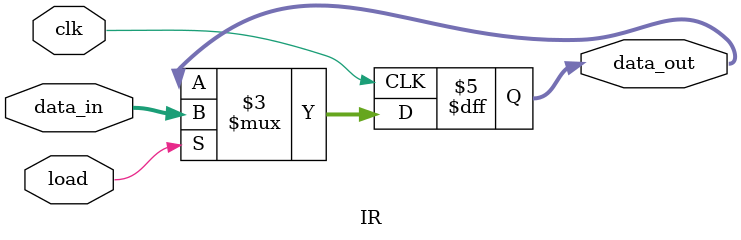
<source format=v>
module IR (data_in, load, clk, data_out);
  input [7:0] data_in;
  input clk, load;
  output [7:0] data_out;
  reg [7:0] data_out;
  
  always @(posedge clk)
  begin
    if (load == 1'b 1)
      data_out <= data_in;
  end
  
endmodule

</source>
